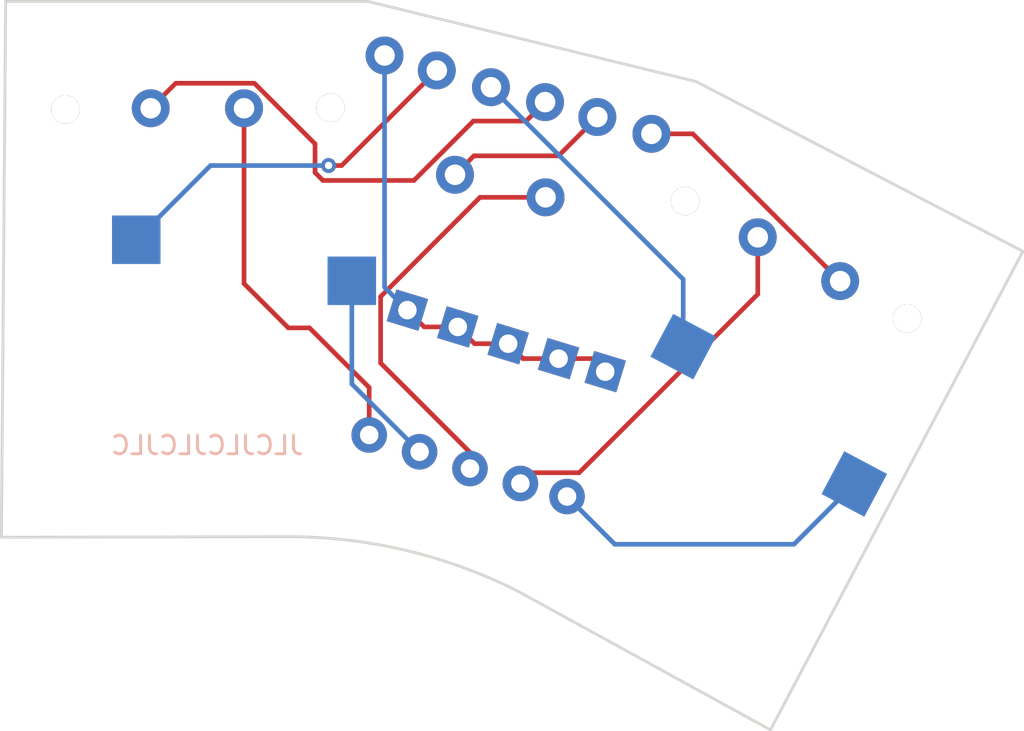
<source format=kicad_pcb>
(kicad_pcb (version 20211014) (generator pcbnew)
  (title_block (title "keyboard") (rev "v1.0.0") (company "Unknown"))
  (layers (0 "F.Cu" signal) (31 "B.Cu" signal) (34 "B.Paste" user) (35 "F.Paste" user) (36 "B.SilkS" user "B.Silkscreen") (37 "F.SilkS" user "F.Silkscreen") (38 "B.Mask" user) (39 "F.Mask" user) (44 "Edge.Cuts" user))
  (net 0 "")
  (net 1 "inner_thumb")
  (net 2 "B7")
  (net 3 "far_thumb")
  (net 4 "B4")
  (net 5 "F0")
  (net 6 "C7")
  (net 7 "ml_diode")
  (net 8 "B5")
  (net 9 "mm_diode")
  (net 10 "mr_diode")
  (net 11 "E6")
  (footprint "ComboDiode" (layer "F.Cu") (at 102.7 62.6 -107)
    (fp_text reference "D6" hide)
    (fp_text value "" hide)
    (pad "1" thru_hole circle locked (at 3.5 0 253) (size 1.905 1.905) (drill 0.9906) (layers *.Cu *.Mask) (net 9 "mm_diode"))
    (pad "2" thru_hole rect locked (at -3.5 0 253) (size 1.778 1.778) (drill 0.9906) (layers *.Cu *.Mask) (net 5 "F0"))
  )
  (footprint "" (layer "F.Cu") (at 105.7 46.3)
    (fp_text reference "" (at 0 0) (layer "F.SilkS") (effects (font (size 1.27 1.27))))
    (fp_text value "" (at 0 0) (layer "F.SilkS") (effects (font (size 1.27 1.27))))
    (pad "1" thru_hole circle locked (at 0 0) (size 2.032 2.032) (drill 1.1) (layers *.Cu *.Mask) (net 6 "C7"))
  )
  (footprint "ComboDiode" (layer "F.Cu") (at 105.4 63.4 -107)
    (fp_text reference "D5" hide)
    (fp_text value "" hide)
    (pad "1" thru_hole circle locked (at 3.5 0 253) (size 1.905 1.905) (drill 0.9906) (layers *.Cu *.Mask) (net 10 "mr_diode"))
    (pad "2" thru_hole rect locked (at -3.5 0 253) (size 1.778 1.778) (drill 0.9906) (layers *.Cu *.Mask) (net 5 "F0"))
  )
  (footprint "" (layer "F.Cu") (at 102.8 45.5)
    (fp_text reference "" (at 0 0) (layer "F.SilkS") (effects (font (size 1.27 1.27))))
    (fp_text value "" (at 0 0) (layer "F.SilkS") (effects (font (size 1.27 1.27))))
    (pad "1" thru_hole circle locked (at 0 0) (size 2.032 2.032) (drill 1.1) (layers *.Cu *.Mask) (net 4 "B4"))
  )
  (footprint "" (layer "F.Cu") (at 97.1 43.8)
    (fp_text reference "" (at 0 0) (layer "F.SilkS") (effects (font (size 1.27 1.27))))
    (fp_text value "" (at 0 0) (layer "F.SilkS") (effects (font (size 1.27 1.27))))
    (pad "1" thru_hole circle locked (at 0 0) (size 2.032 2.032) (drill 1.1) (layers *.Cu *.Mask) (net 5 "F0"))
  )
  (footprint "kailhgm" (layer "F.Cu") (at 103.3 50.8 -14)
    (fp_text reference "M2" hide)
    (fp_text value "" hide)
    (pad "1" thru_hole circle locked (at -2.5 0) (size 2.032 2.032) (drill 1.1) (layers *.Cu *.Mask) (net 8 "B5"))
    (pad "2" thru_hole circle locked (at 2.5 0) (size 2.032 2.032) (drill 1.1) (layers *.Cu *.Mask) (net 9 "mm_diode"))
  )
  (footprint "" (layer "F.Cu") (at 108.5 47.1)
    (fp_text reference "" (at 0 0) (layer "F.SilkS") (effects (font (size 1.27 1.27))))
    (fp_text value "" (at 0 0) (layer "F.SilkS") (effects (font (size 1.27 1.27))))
    (pad "1" thru_hole circle locked (at 0 0) (size 2.032 2.032) (drill 1.1) (layers *.Cu *.Mask) (net 8 "B5"))
  )
  (footprint "PG1350" (layer "F.Cu") (at 113.2 66.2 -28)
    (fp_text reference "S2" hide)
    (fp_text value "" hide)
    (pad "" np_thru_hole circle locked (at 5 -3.75) (size 3 3) (drill 3) (layers *.Cu *.Mask))
    (pad "" np_thru_hole circle locked (at 5.5 0) (size 1.7018 1.7018) (drill 1.7018) (layers *.Cu *.Mask))
    (pad "" np_thru_hole circle locked (at 0 0) (size 3.429 3.429) (drill 3.429) (layers *.Cu *.Mask))
    (pad "" np_thru_hole circle locked (at -5.5 0) (size 1.7018 1.7018) (drill 1.7018) (layers *.Cu *.Mask))
    (pad "" np_thru_hole circle locked (at 0 -5.95) (size 3 3) (drill 3) (layers *.Cu *.Mask))
    (pad "1" smd rect locked (at -3.275 -5.95 332) (size 2.6 2.6) (layers "B.Cu" "B.Paste" "B.Mask") (net 4 "B4"))
    (pad "2" smd rect locked (at 8.275 -3.75 332) (size 2.6 2.6) (layers "B.Cu" "B.Paste" "B.Mask") (net 3 "far_thumb"))
  )
  (footprint "VIA-0.6mm" (layer "F.Cu") (at 94.2 46.6)
    (fp_text reference "" (at 0 0) (layer "F.SilkS") (effects (font (size 1.27 1.27))))
    (fp_text value "" (at 0 0) (layer "F.SilkS") (effects (font (size 1.27 1.27))))
    (pad "1" thru_hole circle locked (at 0 0) (size 1.524 1.524) (drill 2) (layers *.Cu *.Mask))
  )
  (footprint "" (layer "F.Cu") (at 111.4 48)
    (fp_text reference "" (at 0 0) (layer "F.SilkS") (effects (font (size 1.27 1.27))))
    (fp_text value "" (at 0 0) (layer "F.SilkS") (effects (font (size 1.27 1.27))))
    (pad "1" thru_hole circle locked (at 0 0) (size 2.032 2.032) (drill 1.1) (layers *.Cu *.Mask) (net 11 "E6"))
  )
  (footprint "" (layer "F.Cu") (at 125.1 57.9)
    (fp_text reference "" (at 0 0) (layer "F.SilkS") (effects (font (size 1.27 1.27))))
    (fp_text value "" (at 0 0) (layer "F.SilkS") (effects (font (size 1.27 1.27))))
    (pad "1" thru_hole circle locked (at 0 0) (size 1.524 1.524) (drill 2) (layers *.Cu *.Mask))
  )
  (footprint "kailhgm" (layer "F.Cu") (at 119.30313 54.721681 -28)
    (fp_text reference "M3" hide)
    (fp_text value "" hide)
    (pad "1" thru_hole circle locked (at -2.5 0) (size 2.032 2.032) (drill 1.1) (layers *.Cu *.Mask) (net 10 "mr_diode"))
    (pad "2" thru_hole circle locked (at 2.5 0) (size 2.032 2.032) (drill 1.1) (layers *.Cu *.Mask) (net 11 "E6"))
  )
  (footprint "ComboDiode" (layer "F.Cu") (at 107.9 64.1 -107)
    (fp_text reference "D7" hide)
    (fp_text value "" hide)
    (pad "1" thru_hole circle locked (at 3.5 0 253) (size 1.905 1.905) (drill 0.9906) (layers *.Cu *.Mask) (net 3 "far_thumb"))
    (pad "2" thru_hole rect locked (at -3.5 0 253) (size 1.778 1.778) (drill 0.9906) (layers *.Cu *.Mask) (net 5 "F0"))
  )
  (footprint "ComboDiode" (layer "F.Cu") (at 100 61.7 -107)
    (fp_text reference "D4" hide)
    (fp_text value "" hide)
    (pad "1" thru_hole circle locked (at 3.5 0 253) (size 1.905 1.905) (drill 0.9906) (layers *.Cu *.Mask) (net 1 "inner_thumb"))
    (pad "2" thru_hole rect locked (at -3.5 0 253) (size 1.778 1.778) (drill 0.9906) (layers *.Cu *.Mask) (net 5 "F0"))
  )
  (footprint "PG1350" (layer "F.Cu") (at 87.07095 59.629451)
    (fp_text reference "S1" hide)
    (fp_text value "" hide)
    (pad "" np_thru_hole circle locked (at -5.5 0) (size 1.7018 1.7018) (drill 1.7018) (layers *.Cu *.Mask))
    (pad "" np_thru_hole circle locked (at 5 -3.75) (size 3 3) (drill 3) (layers *.Cu *.Mask))
    (pad "" np_thru_hole circle locked (at 5.5 0) (size 1.7018 1.7018) (drill 1.7018) (layers *.Cu *.Mask))
    (pad "" np_thru_hole circle locked (at 0 0) (size 3.429 3.429) (drill 3.429) (layers *.Cu *.Mask))
    (pad "" np_thru_hole circle locked (at 0 -5.95) (size 3 3) (drill 3) (layers *.Cu *.Mask))
    (pad "1" smd rect locked (at -3.275 -5.95) (size 2.6 2.6) (layers "B.Cu" "B.Paste" "B.Mask") (net 2 "B7"))
    (pad "2" smd rect locked (at 8.275 -3.75) (size 2.6 2.6) (layers "B.Cu" "B.Paste" "B.Mask") (net 1 "inner_thumb"))
  )
  (footprint "ComboDiode" (layer "F.Cu") (at 97.3 60.8 -107)
    (fp_text reference "D3" hide)
    (fp_text value "" hide)
    (pad "1" thru_hole circle locked (at 3.5 0 253) (size 1.905 1.905) (drill 0.9906) (layers *.Cu *.Mask) (net 7 "ml_diode"))
    (pad "2" thru_hole rect locked (at -3.5 0 253) (size 1.778 1.778) (drill 0.9906) (layers *.Cu *.Mask) (net 5 "F0"))
  )
  (footprint "kailhgm" (layer "F.Cu") (at 87.07095 46.629451)
    (fp_text reference "M1" hide)
    (fp_text value "" hide)
    (pad "1" thru_hole circle locked (at -2.5 0) (size 2.032 2.032) (drill 1.1) (layers *.Cu *.Mask) (net 6 "C7"))
    (pad "2" thru_hole circle locked (at 2.5 0) (size 2.032 2.032) (drill 1.1) (layers *.Cu *.Mask) (net 7 "ml_diode"))
  )
  (footprint "VIA-0.6mm" (layer "F.Cu") (at 113.2 51.6 -28)
    (fp_text reference "" (at 0.182189 0.129642 -28) (layer "F.SilkS") (effects (font (size 1.27 1.27))))
    (fp_text value "" (at 0.182189 0.129642 -28) (layer "F.SilkS") (effects (font (size 1.27 1.27))))
    (pad "1" thru_hole circle locked (at 0 0) (size 1.524 1.524) (drill 2) (layers *.Cu *.Mask))
  )
  (footprint "" (layer "F.Cu") (at 80 46.7)
    (fp_text reference "" (at 0 0) (layer "F.SilkS") (effects (font (size 1.27 1.27))))
    (fp_text value "" (at 0 0) (layer "F.SilkS") (effects (font (size 1.27 1.27))))
    (pad "1" thru_hole circle locked (at 0 0) (size 1.524 1.524) (drill 2) (layers *.Cu *.Mask))
  )
  (footprint "" (layer "F.Cu") (at 99.9 44.6)
    (fp_text reference "" (at 0 0) (layer "F.SilkS") (effects (font (size 1.27 1.27))))
    (fp_text value "" (at 0 0) (layer "F.SilkS") (effects (font (size 1.27 1.27))))
    (pad "1" thru_hole circle locked (at 0 0) (size 2.032 2.032) (drill 1.1) (layers *.Cu *.Mask) (net 2 "B7"))
  )
  (gr_line (start 104.2 72.5) (end 117.776234 79.958927) (layer "Edge.Cuts") (width 0.15))
  (gr_line (start 113.8 45.2) (end 96.2 40.9) (layer "Edge.Cuts") (width 0.15))
  (gr_line (start 76.57095 69.629451) (end 92.1 69.6) (layer "Edge.Cuts") (width 0.15))
  (gr_line (start 131.3 54.3) (end 113.8 45.2) (layer "Edge.Cuts") (width 0.15))
  (gr_line (start 96.2 40.9) (end 76.8 40.9) (layer "Edge.Cuts") (width 0.15))
  (gr_line (start 76.8 40.9) (end 76.57095 69.629451) (layer "Edge.Cuts") (width 0.15))
  (gr_line (start 117.776234 79.958927) (end 131.3 54.3) (layer "Edge.Cuts") (width 0.15))
  (gr_arc (start 92.1 69.6) (mid 98.317524 70.351024) (end 104.2 72.5) (layer "Edge.Cuts") (width 0.15))
  (gr_text "JLCJLCJLCJLC" (at 87.6 64.7) (layer "B.SilkS") (effects (font (size 1 1)) (justify mirror)))
  (segment (start 95.34595 55.879451) (end 95.34595 61.410351) (width 0.25) (layer "B.Cu") (net 1))
  (segment (start 98.976699 65.0411) (end 98.976699 65.047067) (width 0.25) (layer "B.Cu") (net 1))
  (segment (start 95.34595 61.410351) (end 98.976699 65.0411) (width 0.25) (layer "B.Cu") (net 1))
  (segment (start 94.1 49.7) (end 94.8 49.7) (width 0.25) (layer "F.Cu") (net 2))
  (segment (start 94.8 49.7) (end 99.9 44.6) (width 0.25) (layer "F.Cu") (net 2))
  (via (at 94.1 49.7) (size 0.8) (drill 0.4) (layers "F.Cu" "B.Cu") (net 2))
  (segment (start 87.775401 49.7) (end 94.1 49.7) (width 0.25) (layer "B.Cu") (net 2))
  (segment (start 83.79595 53.679451) (end 87.775401 49.7) (width 0.25) (layer "B.Cu") (net 2))
  (segment (start 122.26691 66.773824) (end 119.033219 70.007515) (width 0.25) (layer "B.Cu") (net 3))
  (segment (start 119.033219 70.007515) (end 109.437147 70.007515) (width 0.25) (layer "B.Cu") (net 3))
  (segment (start 109.437147 70.007515) (end 106.876699 67.447067) (width 0.25) (layer "B.Cu") (net 3))
  (segment (start 113.101702 55.801702) (end 102.8 45.5) (width 0.25) (layer "B.Cu") (net 4))
  (segment (start 113.101702 59.408942) (end 113.101702 55.801702) (width 0.25) (layer "B.Cu") (net 4))
  (segment (start 108.223301 60.052933) (end 108.923301 60.752933) (width 0.25) (layer "F.Cu") (net 5))
  (segment (start 101.023301 58.352933) (end 101.923301 59.252933) (width 0.25) (layer "F.Cu") (net 5))
  (segment (start 104.523301 60.052933) (end 106.423301 60.052933) (width 0.25) (layer "F.Cu") (net 5))
  (segment (start 99.223301 58.352933) (end 101.023301 58.352933) (width 0.25) (layer "F.Cu") (net 5))
  (segment (start 98.323301 57.452933) (end 99.223301 58.352933) (width 0.25) (layer "F.Cu") (net 5))
  (segment (start 106.423301 60.052933) (end 108.223301 60.052933) (width 0.25) (layer "F.Cu") (net 5))
  (segment (start 101.923301 59.252933) (end 103.723301 59.252933) (width 0.25) (layer "F.Cu") (net 5))
  (segment (start 103.723301 59.252933) (end 104.523301 60.052933) (width 0.25) (layer "F.Cu") (net 5))
  (segment (start 97.1 56.229632) (end 98.323301 57.452933) (width 0.25) (layer "B.Cu") (net 5))
  (segment (start 97.1 43.8) (end 97.1 56.229632) (width 0.25) (layer "B.Cu") (net 5))
  (segment (start 104.684001 47.315999) (end 105.7 46.3) (width 0.25) (layer "F.Cu") (net 6))
  (segment (start 90.126209 45.28894) (end 93.375489 48.53822) (width 0.25) (layer "F.Cu") (net 6))
  (segment (start 101.857687 47.315999) (end 104.684001 47.315999) (width 0.25) (layer "F.Cu") (net 6))
  (segment (start 85.911461 45.28894) (end 90.126209 45.28894) (width 0.25) (layer "F.Cu") (net 6))
  (segment (start 84.57095 46.629451) (end 85.911461 45.28894) (width 0.25) (layer "F.Cu") (net 6))
  (segment (start 98.673686 50.5) (end 101.857687 47.315999) (width 0.25) (layer "F.Cu") (net 6))
  (segment (start 93.8 50.5) (end 98.673686 50.5) (width 0.25) (layer "F.Cu") (net 6))
  (segment (start 93.375489 48.53822) (end 93.375489 50.075489) (width 0.25) (layer "F.Cu") (net 6))
  (segment (start 93.375489 50.075489) (end 93.8 50.5) (width 0.25) (layer "F.Cu") (net 6))
  (segment (start 89.57095 46.629451) (end 89.57095 56.030425) (width 0.25) (layer "F.Cu") (net 7))
  (segment (start 91.944555 58.40403) (end 93.078537 58.40403) (width 0.25) (layer "F.Cu") (net 7))
  (segment (start 93.078537 58.40403) (end 96.276699 61.602192) (width 0.25) (layer "F.Cu") (net 7))
  (segment (start 96.276699 61.602192) (end 96.276699 64.147067) (width 0.25) (layer "F.Cu") (net 7))
  (segment (start 89.57095 56.030425) (end 91.944555 58.40403) (width 0.25) (layer "F.Cu") (net 7))
  (segment (start 100.874261 50.195195) (end 101.89026 49.179196) (width 0.25) (layer "F.Cu") (net 8))
  (segment (start 101.89026 49.179196) (end 106.420804 49.179196) (width 0.25) (layer "F.Cu") (net 8))
  (segment (start 106.420804 49.179196) (end 108.5 47.1) (width 0.25) (layer "F.Cu") (net 8))
  (segment (start 105.725739 51.404805) (end 102.212179 51.404805) (width 0.25) (layer "F.Cu") (net 9))
  (segment (start 96.888708 56.728276) (end 96.888708 60.288708) (width 0.25) (layer "F.Cu") (net 9))
  (segment (start 101.676699 65.076699) (end 101.676699 65.947067) (width 0.25) (layer "F.Cu") (net 9))
  (segment (start 96.888708 60.288708) (end 101.676699 65.076699) (width 0.25) (layer "F.Cu") (net 9))
  (segment (start 102.212179 51.404805) (end 96.888708 56.728276) (width 0.25) (layer "F.Cu") (net 9))
  (segment (start 107.524646 66.170056) (end 104.95371 66.170056) (width 0.25) (layer "F.Cu") (net 10))
  (segment (start 104.95371 66.170056) (end 104.376699 66.747067) (width 0.25) (layer "F.Cu") (net 10))
  (segment (start 117.095761 53.548002) (end 117.095761 56.598941) (width 0.25) (layer "F.Cu") (net 10))
  (segment (start 117.095761 56.598941) (end 107.524646 66.170056) (width 0.25) (layer "F.Cu") (net 10))
  (segment (start 121.510499 55.89536) (end 113.615139 48) (width 0.25) (layer "F.Cu") (net 11))
  (segment (start 113.615139 48) (end 111.4 48) (width 0.25) (layer "F.Cu") (net 11))
)
</source>
